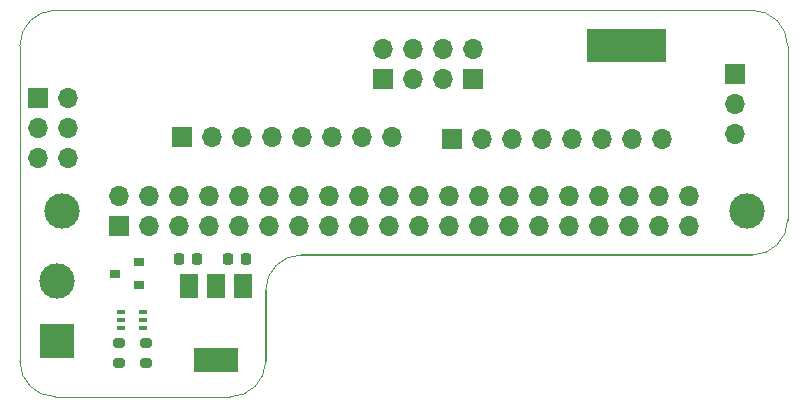
<source format=gbr>
G04 #@! TF.GenerationSoftware,KiCad,Pcbnew,(6.0.1)*
G04 #@! TF.CreationDate,2022-12-05T14:44:52+00:00*
G04 #@! TF.ProjectId,retropie-minicade-hat,72657472-6f70-4696-952d-6d696e696361,rev?*
G04 #@! TF.SameCoordinates,Original*
G04 #@! TF.FileFunction,Soldermask,Top*
G04 #@! TF.FilePolarity,Negative*
%FSLAX46Y46*%
G04 Gerber Fmt 4.6, Leading zero omitted, Abs format (unit mm)*
G04 Created by KiCad (PCBNEW (6.0.1)) date 2022-12-05 14:44:52*
%MOMM*%
%LPD*%
G01*
G04 APERTURE LIST*
G04 Aperture macros list*
%AMRoundRect*
0 Rectangle with rounded corners*
0 $1 Rounding radius*
0 $2 $3 $4 $5 $6 $7 $8 $9 X,Y pos of 4 corners*
0 Add a 4 corners polygon primitive as box body*
4,1,4,$2,$3,$4,$5,$6,$7,$8,$9,$2,$3,0*
0 Add four circle primitives for the rounded corners*
1,1,$1+$1,$2,$3*
1,1,$1+$1,$4,$5*
1,1,$1+$1,$6,$7*
1,1,$1+$1,$8,$9*
0 Add four rect primitives between the rounded corners*
20,1,$1+$1,$2,$3,$4,$5,0*
20,1,$1+$1,$4,$5,$6,$7,0*
20,1,$1+$1,$6,$7,$8,$9,0*
20,1,$1+$1,$8,$9,$2,$3,0*%
G04 Aperture macros list end*
%ADD10C,0.100000*%
G04 #@! TA.AperFunction,Profile*
%ADD11C,0.100000*%
G04 #@! TD*
G04 #@! TA.AperFunction,Profile*
%ADD12C,0.150000*%
G04 #@! TD*
%ADD13C,3.000000*%
%ADD14RoundRect,0.200000X-0.275000X0.200000X-0.275000X-0.200000X0.275000X-0.200000X0.275000X0.200000X0*%
%ADD15R,0.900000X0.800000*%
%ADD16RoundRect,0.225000X-0.225000X-0.250000X0.225000X-0.250000X0.225000X0.250000X-0.225000X0.250000X0*%
%ADD17R,1.700000X1.700000*%
%ADD18O,1.700000X1.700000*%
%ADD19R,0.650000X0.400000*%
%ADD20R,3.000000X3.000000*%
%ADD21R,1.500000X2.000000*%
%ADD22R,3.800000X2.000000*%
G04 APERTURE END LIST*
D10*
X126492000Y-48895000D02*
X133096000Y-48895000D01*
X133096000Y-48895000D02*
X133096000Y-51562000D01*
X133096000Y-51562000D02*
X126492000Y-51562000D01*
X126492000Y-51562000D02*
X126492000Y-48895000D01*
G36*
X126492000Y-48895000D02*
G01*
X133096000Y-48895000D01*
X133096000Y-51562000D01*
X126492000Y-51562000D01*
X126492000Y-48895000D01*
G37*
D11*
X143510000Y-65024000D02*
X143499680Y-50291999D01*
X78499680Y-50291999D02*
X78499680Y-77013320D01*
D12*
X99314000Y-77018556D02*
X99314000Y-71013528D01*
D11*
X96314005Y-80013321D02*
G75*
G03*
X99314000Y-77018556I-2J3000002D01*
G01*
X140499680Y-47291999D02*
X81499680Y-47291999D01*
X81499680Y-80013320D02*
X96314005Y-80013320D01*
X102313995Y-68018763D02*
G75*
G03*
X99314000Y-71013528I2J-3000002D01*
G01*
D12*
X140510005Y-68018764D02*
X102313995Y-68018764D01*
D11*
X143499680Y-50291999D02*
G75*
G03*
X140499680Y-47291999I-3000001J-1D01*
G01*
X81499680Y-47291999D02*
G75*
G03*
X78499680Y-50291999I1J-3000001D01*
G01*
X140510005Y-68018765D02*
G75*
G03*
X143510000Y-65024000I-2J3000002D01*
G01*
X78499680Y-77013320D02*
G75*
G03*
X81499680Y-80013320I3000001J1D01*
G01*
D13*
X82040000Y-64310000D03*
X140040000Y-64330000D03*
D14*
X89154000Y-75472500D03*
X89154000Y-77122500D03*
X86868000Y-75472500D03*
X86868000Y-77122500D03*
D15*
X88600000Y-70550000D03*
X88600000Y-68650000D03*
X86600000Y-69600000D03*
D16*
X91935000Y-68326000D03*
X93485000Y-68326000D03*
D17*
X109220000Y-53086000D03*
D18*
X109220000Y-50546000D03*
X111760000Y-53086000D03*
X111760000Y-50546000D03*
D17*
X139065000Y-52720000D03*
D18*
X139065000Y-55260000D03*
X139065000Y-57800000D03*
D17*
X80010000Y-54737000D03*
D18*
X82550000Y-54737000D03*
X80010000Y-57277000D03*
X82550000Y-57277000D03*
X80010000Y-59817000D03*
X82550000Y-59817000D03*
D17*
X115077000Y-58166000D03*
D18*
X117617000Y-58166000D03*
X120157000Y-58166000D03*
X122697000Y-58166000D03*
X125237000Y-58166000D03*
X127777000Y-58166000D03*
X130317000Y-58166000D03*
X132857000Y-58166000D03*
D19*
X88961000Y-74183000D03*
X88961000Y-73533000D03*
X88961000Y-72883000D03*
X87061000Y-72883000D03*
X87061000Y-73533000D03*
X87061000Y-74183000D03*
D20*
X81661000Y-75311000D03*
D13*
X81661000Y-70231000D03*
D21*
X97423000Y-70637000D03*
D22*
X95123000Y-76937000D03*
D21*
X95123000Y-70637000D03*
X92823000Y-70637000D03*
D17*
X116845000Y-53091000D03*
D18*
X114305000Y-53091000D03*
X116845000Y-50551000D03*
X114305000Y-50551000D03*
D17*
X92217000Y-58039000D03*
D18*
X94757000Y-58039000D03*
X97297000Y-58039000D03*
X99837000Y-58039000D03*
X102377000Y-58039000D03*
X104917000Y-58039000D03*
X107457000Y-58039000D03*
X109997000Y-58039000D03*
D16*
X96126000Y-68326000D03*
X97676000Y-68326000D03*
D17*
X86920000Y-65590000D03*
D18*
X86920000Y-63050000D03*
X89460000Y-65590000D03*
X89460000Y-63050000D03*
X92000000Y-65590000D03*
X92000000Y-63050000D03*
X94540000Y-65590000D03*
X94540000Y-63050000D03*
X97080000Y-65590000D03*
X97080000Y-63050000D03*
X99620000Y-65590000D03*
X99620000Y-63050000D03*
X102160000Y-65590000D03*
X102160000Y-63050000D03*
X104700000Y-65590000D03*
X104700000Y-63050000D03*
X107240000Y-65590000D03*
X107240000Y-63050000D03*
X109780000Y-65590000D03*
X109780000Y-63050000D03*
X112320000Y-65590000D03*
X112320000Y-63050000D03*
X114860000Y-65590000D03*
X114860000Y-63050000D03*
X117400000Y-65590000D03*
X117400000Y-63050000D03*
X119940000Y-65590000D03*
X119940000Y-63050000D03*
X122480000Y-65590000D03*
X122480000Y-63050000D03*
X125020000Y-65590000D03*
X125020000Y-63050000D03*
X127560000Y-65590000D03*
X127560000Y-63050000D03*
X130100000Y-65590000D03*
X130100000Y-63050000D03*
X132640000Y-65590000D03*
X132640000Y-63050000D03*
X135180000Y-65590000D03*
X135180000Y-63050000D03*
M02*

</source>
